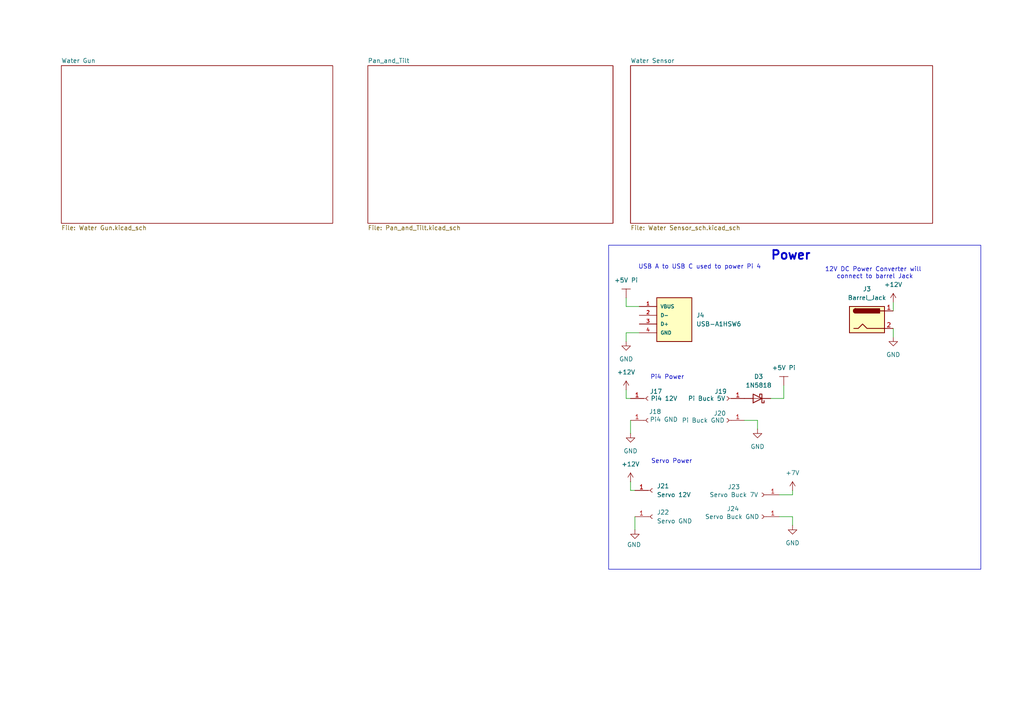
<source format=kicad_sch>
(kicad_sch (version 20250114) (generator "eeschema") (generator_version "9.0")
  (paper "A4")
  (lib_symbols
    (symbol "+5V_1" (power) (pin_numbers (hide yes)) (pin_names (offset 0) (hide yes))
      (property "Value" "+5V Pi" (at 0 5.08 0))
      (symbol "+5V_1_0_1"
        (polyline (pts (xy -1.27 2.54) (xy 0 2.54)))
        (polyline (pts (xy 0 2.54) (xy 1.27 2.54)))
        (polyline (pts (xy 0 0) (xy 0 2.54)))
      )
      (symbol "+5V_1_1_1"
        (pin power_in line (at 0 0 90) (length 0) (name "~") (number "1"))
      )
    )
    (symbol "Connector:Barrel_Jack" (pin_names (offset 1.016))
      (property "Reference" "J" (at 0 5.334 0))
      (property "Value" "Barrel_Jack" (at 0 -5.08 0))
      (symbol "Barrel_Jack_0_1"
        (rectangle (start -5.08 3.81) (end 5.08 -3.81) (stroke (width 0.254)) (fill (type background)))
        (polyline (pts (xy -3.81 -2.54) (xy -2.54 -2.54) (xy -1.27 -1.27) (xy 0 -2.54) (xy 2.54 -2.54) (xy 5.08 -2.54)) (stroke (width 0.254)))
        (arc (start -3.302 1.905) (mid -3.9343 2.54) (end -3.302 3.175) (stroke (width 0.254)))
        (arc (start -3.302 1.905) (mid -3.9343 2.54) (end -3.302 3.175) (stroke (width 0.254)) (fill (type outline)))
        (rectangle (start 3.683 3.175) (end -3.302 1.905) (stroke (width 0.254)) (fill (type outline)))
        (polyline (pts (xy 5.08 2.54) (xy 3.81 2.54)) (stroke (width 0.254)))
      )
      (symbol "Barrel_Jack_1_1"
        (pin passive line (at 7.62 2.54 180) (length 2.54) (name "~") (number "1"))
        (pin passive line (at 7.62 -2.54 180) (length 2.54) (name "~") (number "2"))
      )
    )
    (symbol "Connector:Conn_01x01_Socket" (pin_names (offset 1.016) (hide yes))
      (property "Reference" "J" (at 0 2.54 0))
      (property "Value" "Conn_01x01_Socket" (at 0 -2.54 0))
      (symbol "Conn_01x01_Socket_1_1"
        (polyline (pts (xy -1.27 0) (xy -0.508 0)) (stroke (width 0.1524)))
        (arc (start 0 -0.508) (mid -0.5058 0) (end 0 0.508) (stroke (width 0.1524)))
        (pin passive line (at -5.08 0 0) (length 3.81) (name "Pin_1") (number "1"))
      )
    )
    (symbol "Diode:1N5818" (pin_numbers (hide yes)) (pin_names (offset 1.016) (hide yes))
      (property "Reference" "D" (at 0 2.54 0))
      (property "Value" "1N5818" (at 0 -2.54 0))
      (symbol "1N5818_0_1"
        (polyline (pts (xy -1.905 0.635) (xy -1.905 1.27) (xy -1.27 1.27) (xy -1.27 -1.27) (xy -0.635 -1.27) (xy -0.635 -0.635)) (stroke (width 0.254)))
        (polyline (pts (xy 1.27 1.27) (xy 1.27 -1.27) (xy -1.27 0) (xy 1.27 1.27)) (stroke (width 0.254)))
        (polyline (pts (xy 1.27 0) (xy -1.27 0)))
      )
      (symbol "1N5818_1_1"
        (pin passive line (at -3.81 0 0) (length 2.54) (name "K") (number "1"))
        (pin passive line (at 3.81 0 180) (length 2.54) (name "A") (number "2"))
      )
    )
    (symbol "USB-A1HSW6:USB-A1HSW6" (pin_names (offset 1.016))
      (property "Reference" "J" (at -5.0818 8.898 0))
      (property "Value" "USB-A1HSW6" (at -5.0836 -7.6344 0))
      (symbol "USB-A1HSW6_0_0"
        (rectangle (start -5.08 -5.08) (end 5.08 7.62) (stroke (width 0.254)) (fill (type background)))
        (pin power_in line (at -10.16 5.08 0) (length 5.08) (name "VBUS") (number "1"))
        (pin bidirectional line (at -10.16 2.54 0) (length 5.08) (name "D-") (number "2"))
        (pin bidirectional line (at -10.16 0 0) (length 5.08) (name "D+") (number "3"))
        (pin power_in line (at -10.16 -2.54 0) (length 5.08) (name "GND") (number "4"))
      )
    )
    (symbol "power:+12V" (power) (pin_numbers (hide yes)) (pin_names (offset 0) (hide yes))
      (property "Value" "+12V" (at 0 3.556 0))
      (symbol "+12V_0_1"
        (polyline (pts (xy -0.762 1.27) (xy 0 2.54)))
        (polyline (pts (xy 0 2.54) (xy 0.762 1.27)))
        (polyline (pts (xy 0 0) (xy 0 2.54)))
      )
      (symbol "+12V_1_1"
        (pin power_in line (at 0 0 90) (length 0) (name "~") (number "1"))
      )
    )
    (symbol "power:+5V" (power) (pin_numbers (hide yes)) (pin_names (offset 0) (hide yes))
      (property "Value" "+5V" (at 0 3.556 0))
      (symbol "+5V_0_1"
        (polyline (pts (xy -0.762 1.27) (xy 0 2.54)))
        (polyline (pts (xy 0 2.54) (xy 0.762 1.27)))
        (polyline (pts (xy 0 0) (xy 0 2.54)))
      )
      (symbol "+5V_1_1"
        (pin power_in line (at 0 0 90) (length 0) (name "~") (number "1"))
      )
    )
    (symbol "power:GND" (power) (pin_numbers (hide yes)) (pin_names (offset 0) (hide yes))
      (property "Value" "GND" (at 0 -3.81 0))
      (symbol "GND_0_1"
        (polyline (pts (xy 0 0) (xy 0 -1.27) (xy 1.27 -1.27) (xy 0 -2.54) (xy -1.27 -1.27) (xy 0 -1.27)))
      )
      (symbol "GND_1_1"
        (pin power_in line (at 0 0 270) (length 0) (name "~") (number "1"))
      )
    )
  )
  (rectangle (start 176.53 71.12) (end 284.48 165.1))
  (text "Power" (at 229.362 74.168 0) (effects (font (size 2.54 2.54) (thickness 0.508) (bold yes))))
  (text "Servo Power" (at 194.818 133.858 0) (effects (font (size 1.27 1.27))))
  (text "USB A to USB C used to power Pi 4\n" (at 202.946 77.47 0) (effects (font (size 1.27 1.27))))
  (text "12V DC Power Converter will \nconnect to barrel Jack" (at 253.746 79.248 0) (effects (font (size 1.27 1.27))))
  (text "Pi4 Power" (at 193.548 109.474 0) (effects (font (size 1.27 1.27))))
  (wire (pts (xy 227.33 111.76) (xy 227.33 115.57)))
  (wire (pts (xy 185.42 96.52) (xy 181.61 96.52)))
  (wire (pts (xy 182.88 142.24) (xy 182.88 139.7)))
  (wire (pts (xy 181.61 88.9) (xy 181.61 86.36)))
  (wire (pts (xy 182.88 115.57) (xy 181.61 115.57)))
  (wire (pts (xy 223.52 115.57) (xy 227.33 115.57)))
  (wire (pts (xy 259.08 87.63) (xy 259.08 90.17)))
  (wire (pts (xy 219.71 124.46) (xy 219.71 121.92)))
  (wire (pts (xy 184.15 142.24) (xy 182.88 142.24)))
  (wire (pts (xy 229.87 149.86) (xy 226.06 149.86)))
  (wire (pts (xy 185.42 88.9) (xy 181.61 88.9)))
  (wire (pts (xy 229.87 142.24) (xy 229.87 143.51)))
  (wire (pts (xy 229.87 143.51) (xy 226.06 143.51)))
  (wire (pts (xy 219.71 121.92) (xy 215.9 121.92)))
  (wire (pts (xy 259.08 95.25) (xy 259.08 97.79)))
  (wire (pts (xy 181.61 115.57) (xy 181.61 113.03)))
  (wire (pts (xy 229.87 152.4) (xy 229.87 149.86)))
  (wire (pts (xy 182.88 121.92) (xy 182.88 125.73)))
  (wire (pts (xy 184.15 149.86) (xy 184.15 153.67)))
  (wire (pts (xy 181.61 96.52) (xy 181.61 99.06)))
  (symbol (lib_id "Connector:Conn_01x01_Socket") (at 220.98 149.86 180) (unit 1)
    (property "Reference" "J24" (at 212.598 147.574 0))
    (property "Value" "Servo Buck GND" (at 212.344 149.86 0))
    (property "Footprint" "Connector_PinHeader_1.00mm:PinHeader_1x01_P1.00mm_Vertical" (effects (hide yes)))
    (property "Description" "Generic connector, single row, 01x01, script generated" (effects (hide yes)))
  )
  (symbol (lib_id "power:+12V") (at 181.61 113.03 0) (unit 1)
    (property "Reference" "#PWR014" (effects (hide yes)))
    (property "Value" "+12V" (at 181.61 107.95 0))
    (property "Description" "Power symbol creates a global label with name \"+12V\"" (effects (hide yes)))
  )
  (symbol (lib_id "power:GND") (at 181.61 99.06 0) (unit 1)
    (property "Reference" "#PWR020" (effects (hide yes)))
    (property "Value" "GND" (at 181.61 104.14 0))
    (property "Description" "Power symbol creates a global label with name \"GND\" , ground" (effects (hide yes)))
  )
  (symbol (lib_id "power:+5V") (at 229.87 142.24 0) (unit 1)
    (property "Reference" "#PWR017" (effects (hide yes)))
    (property "Value" "+7V" (at 229.87 137.16 0))
    (property "Description" "Power symbol creates a global label with name \"+5V\"" (effects (hide yes)))
  )
  (symbol (lib_name "+5V_1") (lib_id "power:+5V") (at 181.61 86.36 0) (unit 1)
    (property "Reference" "#PWR019" (effects (hide yes)))
    (property "Value" "+5V Pi" (at 181.61 81.28 0))
    (property "Description" "Power symbol creates a global label with name \"+5V\"" (effects (hide yes)))
  )
  (symbol (lib_id "Connector:Conn_01x01_Socket") (at 189.23 149.86 0) (unit 1)
    (property "Reference" "J22" (at 190.5 148.5899 0) (effects (justify left)))
    (property "Value" "Servo GND" (at 190.5 151.1299 0) (effects (justify left)))
    (property "Footprint" "Connector_PinHeader_1.00mm:PinHeader_1x01_P1.00mm_Vertical" (effects (hide yes)))
    (property "Description" "Generic connector, single row, 01x01, script generated" (effects (hide yes)))
  )
  (symbol (lib_id "USB-A1HSW6:USB-A1HSW6") (at 195.58 93.98 0) (unit 1)
    (property "Reference" "J4" (at 201.93 91.4399 0) (effects (justify left)))
    (property "Value" "USB-A1HSW6" (at 201.93 93.9799 0) (effects (justify left)))
    (property "Footprint" "USB-A1HSW6:OST_USB-A1HSW6" (effects (hide yes)))
    (property "MF" "On Shore" (effects (hide yes)))
    (property "MAXIMUM_PACKAGE_HEIGHT" "7.1 mm" (effects (hide yes)))
    (property "Package" "None" (effects (hide yes)))
    (property "Price" "None" (effects (hide yes)))
    (property "Check_prices" "https://www.snapeda.com/parts/USB-A1HSW6/ON/view-part/?ref=eda" (effects (hide yes)))
    (property "STANDARD" "Manufacturer Recommendations" (effects (hide yes)))
    (property "PARTREV" "A" (effects (hide yes)))
    (property "SnapEDA_Link" "https://www.snapeda.com/parts/USB-A1HSW6/ON/view-part/?ref=snap" (effects (hide yes)))
    (property "MP" "USB-A1HSW6" (effects (hide yes)))
    (property "Description_1" "USB-A (USB TYPE-A) - Receptacle Connector 4 Position Through Hole, Right Angle" (effects (hide yes)))
    (property "Availability" "In Stock" (effects (hide yes)))
    (property "MANUFACTURER" "On Shore" (effects (hide yes)))
  )
  (symbol (lib_id "power:GND") (at 182.88 125.73 0) (unit 1)
    (property "Reference" "#PWR011" (effects (hide yes)))
    (property "Value" "GND" (at 182.88 130.81 0))
    (property "Description" "Power symbol creates a global label with name \"GND\" , ground" (effects (hide yes)))
  )
  (symbol (lib_id "Connector:Barrel_Jack") (at 251.46 92.71 0) (unit 1)
    (property "Reference" "J3" (at 251.46 83.82 0))
    (property "Value" "Barrel_Jack" (at 251.46 86.36 0))
    (property "Footprint" "Connector_BarrelJack:BarrelJack_CUI_PJ-063AH_Horizontal" (effects (hide yes)))
    (property "Description" "DC Barrel Jack" (effects (hide yes)))
  )
  (symbol (lib_id "power:+12V") (at 259.08 87.63 0) (unit 1)
    (property "Reference" "#PWR013" (effects (hide yes)))
    (property "Value" "+12V" (at 259.08 82.55 0))
    (property "Description" "Power symbol creates a global label with name \"+12V\"" (effects (hide yes)))
  )
  (symbol (lib_id "Connector:Conn_01x01_Socket") (at 189.23 142.24 0) (unit 1)
    (property "Reference" "J21" (at 190.5 140.9699 0) (effects (justify left)))
    (property "Value" "Servo 12V" (at 190.5 143.5099 0) (effects (justify left)))
    (property "Footprint" "Connector_PinHeader_1.00mm:PinHeader_1x01_P1.00mm_Vertical" (effects (hide yes)))
    (property "Description" "Generic connector, single row, 01x01, script generated" (effects (hide yes)))
  )
  (symbol (lib_id "Connector:Conn_01x01_Socket") (at 210.82 121.92 180) (unit 1)
    (property "Reference" "J20" (at 208.788 119.888 0))
    (property "Value" "Pi Buck GND" (at 203.962 121.92 0))
    (property "Footprint" "Connector_PinHeader_1.00mm:PinHeader_1x01_P1.00mm_Vertical" (effects (hide yes)))
    (property "Description" "Generic connector, single row, 01x01, script generated" (effects (hide yes)))
  )
  (symbol (lib_id "power:GND") (at 229.87 152.4 0) (unit 1)
    (property "Reference" "#PWR018" (effects (hide yes)))
    (property "Value" "GND" (at 229.87 157.48 0))
    (property "Description" "Power symbol creates a global label with name \"GND\" , ground" (effects (hide yes)))
  )
  (symbol (lib_id "Connector:Conn_01x01_Socket") (at 187.96 121.92 0) (unit 1)
    (property "Reference" "J18" (at 188.214 119.38 0) (effects (justify left)))
    (property "Value" "Pi4 GND" (at 188.468 121.666 0) (effects (justify left)))
    (property "Footprint" "Connector_PinHeader_1.00mm:PinHeader_1x01_P1.00mm_Vertical" (effects (hide yes)))
    (property "Description" "Generic connector, single row, 01x01, script generated" (effects (hide yes)))
  )
  (symbol (lib_id "Connector:Conn_01x01_Socket") (at 210.82 115.57 180) (unit 1)
    (property "Reference" "J19" (at 209.042 113.538 0))
    (property "Value" "Pi Buck 5V" (at 204.978 115.57 0))
    (property "Footprint" "Connector_PinHeader_1.00mm:PinHeader_1x01_P1.00mm_Vertical" (effects (hide yes)))
    (property "Description" "Generic connector, single row, 01x01, script generated" (effects (hide yes)))
  )
  (symbol (lib_id "power:+12V") (at 182.88 139.7 0) (unit 1)
    (property "Reference" "#PWR015" (effects (hide yes)))
    (property "Value" "+12V" (at 182.88 134.62 0))
    (property "Description" "Power symbol creates a global label with name \"+12V\"" (effects (hide yes)))
  )
  (symbol (lib_id "power:GND") (at 184.15 153.67 0) (unit 1)
    (property "Reference" "#PWR016" (effects (hide yes)))
    (property "Value" "GND" (at 183.896 157.988 0))
    (property "Description" "Power symbol creates a global label with name \"GND\" , ground" (effects (hide yes)))
  )
  (symbol (lib_id "power:GND") (at 259.08 97.79 0) (unit 1)
    (property "Reference" "#PWR010" (effects (hide yes)))
    (property "Value" "GND" (at 259.08 102.87 0))
    (property "Description" "Power symbol creates a global label with name \"GND\" , ground" (effects (hide yes)))
  )
  (symbol (lib_id "Connector:Conn_01x01_Socket") (at 187.96 115.57 0) (unit 1)
    (property "Reference" "J17" (at 188.468 113.538 0) (effects (justify left)))
    (property "Value" "Pi4 12V" (at 188.722 115.57 0) (effects (justify left)))
    (property "Footprint" "Connector_PinHeader_1.00mm:PinHeader_1x01_P1.00mm_Vertical" (effects (hide yes)))
    (property "Description" "Generic connector, single row, 01x01, script generated" (effects (hide yes)))
  )
  (symbol (lib_name "+5V_1") (lib_id "power:+5V") (at 227.33 111.76 0) (unit 1)
    (property "Reference" "#PWR012" (effects (hide yes)))
    (property "Value" "+5V Pi" (at 227.33 106.68 0))
    (property "Description" "Power symbol creates a global label with name \"+5V\"" (effects (hide yes)))
  )
  (symbol (lib_id "Diode:1N5818") (at 219.71 115.57 180) (unit 1)
    (property "Reference" "D3" (at 220.0275 109.22 0))
    (property "Value" "1N5818" (at 220.0275 111.76 0))
    (property "Footprint" "Diode_THT:D_DO-41_SOD81_P10.16mm_Horizontal" (effects (hide yes)))
    (property "Datasheet" "http://www.vishay.com/docs/88525/1n5817.pdf" (effects (hide yes)))
    (property "Description" "30V 1A Schottky Barrier Rectifier Diode, DO-41" (effects (hide yes)))
  )
  (symbol (lib_id "power:GND") (at 219.71 124.46 0) (unit 1)
    (property "Reference" "#PWR09" (effects (hide yes)))
    (property "Value" "GND" (at 219.71 129.54 0))
    (property "Description" "Power symbol creates a global label with name \"GND\" , ground" (effects (hide yes)))
  )
  (symbol (lib_id "Connector:Conn_01x01_Socket") (at 220.98 143.51 180) (unit 1)
    (property "Reference" "J23" (at 212.852 141.224 0))
    (property "Value" "Servo Buck 7V" (at 212.852 143.51 0))
    (property "Footprint" "Connector_PinHeader_1.00mm:PinHeader_1x01_P1.00mm_Vertical" (effects (hide yes)))
    (property "Description" "Generic connector, single row, 01x01, script generated" (effects (hide yes)))
  )
  (sheet (at 17.78 19.05) (size 78.74 45.72) (stroke (width 0.1524))
    (property "Sheetname" "Water Gun" (at 17.78 18.3384 0) (effects (justify left bottom)))
    (property "Sheetfile" "Water Gun.kicad_sch" (at 17.78 65.3546 0) (effects (justify left top)))
  )
  (sheet (at 106.68 19.05) (size 71.12 45.72) (stroke (width 0.1524))
    (property "Sheetname" "Pan_and_Tilt" (at 106.68 18.3384 0) (effects (justify left bottom)))
    (property "Sheetfile" "Pan_and_Tilt.kicad_sch" (at 106.68 65.3546 0) (effects (justify left top)))
  )
  (sheet (at 182.88 19.05) (size 87.63 45.72) (stroke (width 0.1524))
    (property "Sheetname" "Water Sensor" (at 182.88 18.3384 0) (effects (justify left bottom)))
    (property "Sheetfile" "Water Sensor_sch.kicad_sch" (at 182.88 65.3546 0) (effects (justify left top)))
  )
)
</source>
